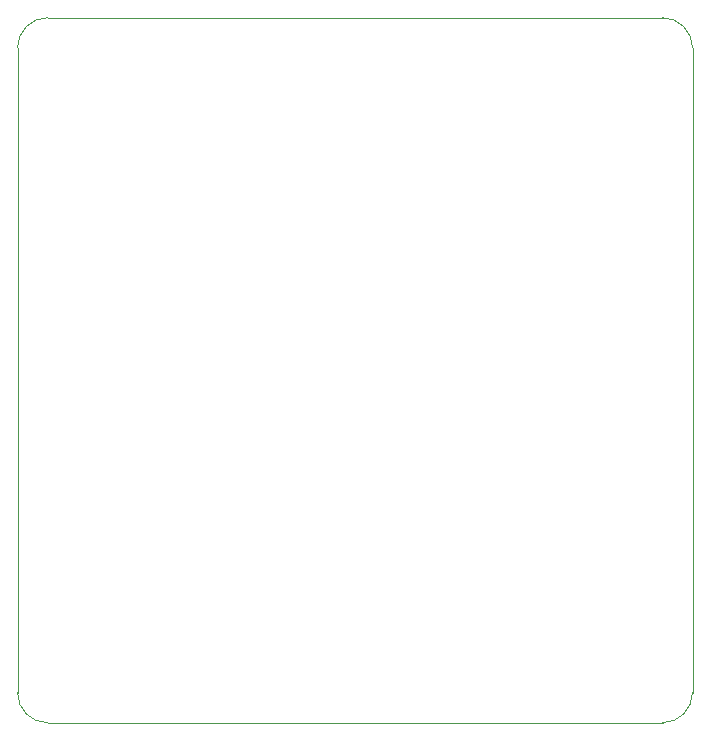
<source format=gbr>
%TF.GenerationSoftware,KiCad,Pcbnew,(7.0.0)*%
%TF.CreationDate,2023-07-11T13:45:39+03:00*%
%TF.ProjectId,Pico_Baseboard,5069636f-5f42-4617-9365-626f6172642e,rev?*%
%TF.SameCoordinates,Original*%
%TF.FileFunction,Profile,NP*%
%FSLAX46Y46*%
G04 Gerber Fmt 4.6, Leading zero omitted, Abs format (unit mm)*
G04 Created by KiCad (PCBNEW (7.0.0)) date 2023-07-11 13:45:39*
%MOMM*%
%LPD*%
G01*
G04 APERTURE LIST*
%TA.AperFunction,Profile*%
%ADD10C,0.100000*%
%TD*%
G04 APERTURE END LIST*
D10*
X173990000Y-54610000D02*
G75*
G03*
X171450000Y-52070000I-2540000J0D01*
G01*
X171450000Y-111760000D02*
X119380000Y-111760000D01*
X116840000Y-109220000D02*
X116840000Y-54610000D01*
X119380000Y-52070000D02*
G75*
G03*
X116840000Y-54610000I0J-2540000D01*
G01*
X173990000Y-54610000D02*
X173990000Y-109220000D01*
X119380000Y-52070000D02*
X171450000Y-52070000D01*
X116840000Y-109220000D02*
G75*
G03*
X119380000Y-111760000I2540000J0D01*
G01*
X171450000Y-111760000D02*
G75*
G03*
X173990000Y-109220000I0J2540000D01*
G01*
M02*

</source>
